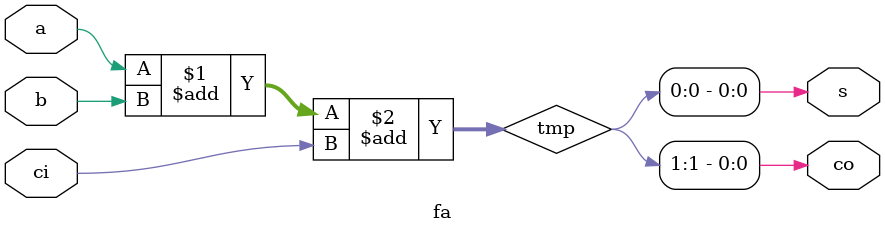
<source format=v>
module fa (a, b, ci, co, s);

input a, b, ci;
output co, s;

wire [1:0] tmp = a + b + ci;

assign co = tmp[1];
assign s = tmp[0];

endmodule
</source>
